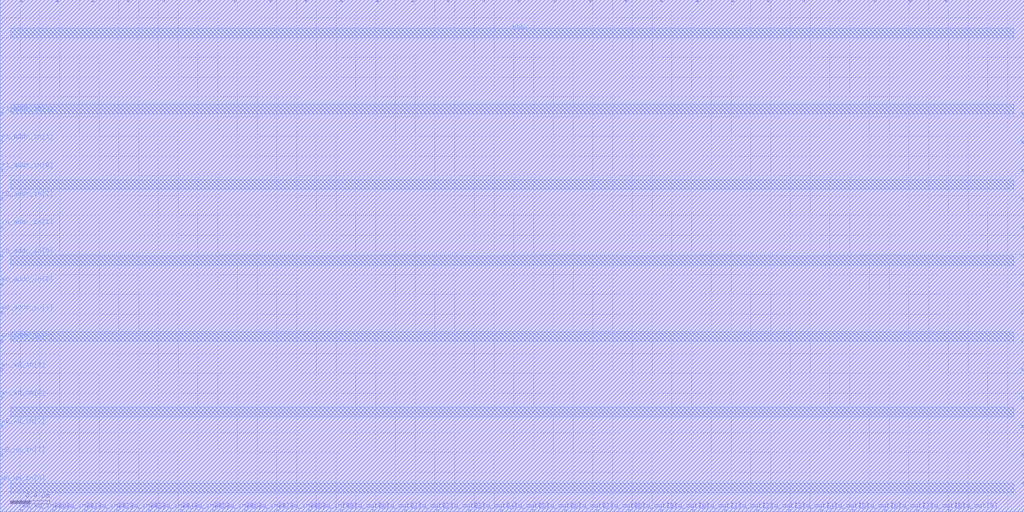
<source format=lef>
VERSION 5.7 ;
BUSBITCHARS "[]" ;
MACRO fakeram_20x64_2r1w
  FOREIGN fakeram_20x64_2r1w 0 0 ;
  SYMMETRY X Y R90 ;
  SIZE 10.368 BY 5.184 ;
  CLASS BLOCK ;
  PIN w0_wd_in[0]
    DIRECTION INPUT ;
    USE SIGNAL ;
    SHAPE ABUTMENT ;
    PORT
      LAYER M4 ;
      RECT 0.000 0.276 0.024 0.300 ;
    END
  END w0_wd_in[0]
  PIN w0_wd_in[1]
    DIRECTION INPUT ;
    USE SIGNAL ;
    SHAPE ABUTMENT ;
    PORT
      LAYER M4 ;
      RECT 0.000 0.564 0.024 0.588 ;
    END
  END w0_wd_in[1]
  PIN w0_wd_in[2]
    DIRECTION INPUT ;
    USE SIGNAL ;
    SHAPE ABUTMENT ;
    PORT
      LAYER M4 ;
      RECT 0.000 0.852 0.024 0.876 ;
    END
  END w0_wd_in[2]
  PIN w0_wd_in[3]
    DIRECTION INPUT ;
    USE SIGNAL ;
    SHAPE ABUTMENT ;
    PORT
      LAYER M4 ;
      RECT 0.000 1.140 0.024 1.164 ;
    END
  END w0_wd_in[3]
  PIN w0_wd_in[4]
    DIRECTION INPUT ;
    USE SIGNAL ;
    SHAPE ABUTMENT ;
    PORT
      LAYER M4 ;
      RECT 0.000 1.428 0.024 1.452 ;
    END
  END w0_wd_in[4]
  PIN w0_wd_in[5]
    DIRECTION INPUT ;
    USE SIGNAL ;
    SHAPE ABUTMENT ;
    PORT
      LAYER M4 ;
      RECT 10.344 0.276 10.368 0.300 ;
    END
  END w0_wd_in[5]
  PIN w0_wd_in[6]
    DIRECTION INPUT ;
    USE SIGNAL ;
    SHAPE ABUTMENT ;
    PORT
      LAYER M4 ;
      RECT 10.344 0.564 10.368 0.588 ;
    END
  END w0_wd_in[6]
  PIN w0_wd_in[7]
    DIRECTION INPUT ;
    USE SIGNAL ;
    SHAPE ABUTMENT ;
    PORT
      LAYER M4 ;
      RECT 10.344 0.852 10.368 0.876 ;
    END
  END w0_wd_in[7]
  PIN w0_wd_in[8]
    DIRECTION INPUT ;
    USE SIGNAL ;
    SHAPE ABUTMENT ;
    PORT
      LAYER M4 ;
      RECT 10.344 1.140 10.368 1.164 ;
    END
  END w0_wd_in[8]
  PIN w0_wd_in[9]
    DIRECTION INPUT ;
    USE SIGNAL ;
    SHAPE ABUTMENT ;
    PORT
      LAYER M4 ;
      RECT 10.344 1.428 10.368 1.452 ;
    END
  END w0_wd_in[9]
  PIN w0_wd_in[10]
    DIRECTION OUTPUT ;
    USE SIGNAL ;
    SHAPE ABUTMENT ;
    PORT
      LAYER M3 ;
      RECT 0.207 0.000 0.225 0.018 ;
    END
  END w0_wd_in[10]
  PIN w0_wd_in[11]
    DIRECTION OUTPUT ;
    USE SIGNAL ;
    SHAPE ABUTMENT ;
    PORT
      LAYER M3 ;
      RECT 0.531 0.000 0.549 0.018 ;
    END
  END w0_wd_in[11]
  PIN w0_wd_in[12]
    DIRECTION OUTPUT ;
    USE SIGNAL ;
    SHAPE ABUTMENT ;
    PORT
      LAYER M3 ;
      RECT 0.855 0.000 0.873 0.018 ;
    END
  END w0_wd_in[12]
  PIN w0_wd_in[13]
    DIRECTION OUTPUT ;
    USE SIGNAL ;
    SHAPE ABUTMENT ;
    PORT
      LAYER M3 ;
      RECT 1.179 0.000 1.197 0.018 ;
    END
  END w0_wd_in[13]
  PIN w0_wd_in[14]
    DIRECTION OUTPUT ;
    USE SIGNAL ;
    SHAPE ABUTMENT ;
    PORT
      LAYER M3 ;
      RECT 1.503 0.000 1.521 0.018 ;
    END
  END w0_wd_in[14]
  PIN w0_wd_in[15]
    DIRECTION OUTPUT ;
    USE SIGNAL ;
    SHAPE ABUTMENT ;
    PORT
      LAYER M3 ;
      RECT 1.827 0.000 1.845 0.018 ;
    END
  END w0_wd_in[15]
  PIN w0_wd_in[16]
    DIRECTION OUTPUT ;
    USE SIGNAL ;
    SHAPE ABUTMENT ;
    PORT
      LAYER M3 ;
      RECT 2.151 0.000 2.169 0.018 ;
    END
  END w0_wd_in[16]
  PIN w0_wd_in[17]
    DIRECTION OUTPUT ;
    USE SIGNAL ;
    SHAPE ABUTMENT ;
    PORT
      LAYER M3 ;
      RECT 2.475 0.000 2.493 0.018 ;
    END
  END w0_wd_in[17]
  PIN w0_wd_in[18]
    DIRECTION OUTPUT ;
    USE SIGNAL ;
    SHAPE ABUTMENT ;
    PORT
      LAYER M3 ;
      RECT 2.799 0.000 2.817 0.018 ;
    END
  END w0_wd_in[18]
  PIN w0_wd_in[19]
    DIRECTION OUTPUT ;
    USE SIGNAL ;
    SHAPE ABUTMENT ;
    PORT
      LAYER M3 ;
      RECT 3.123 0.000 3.141 0.018 ;
    END
  END w0_wd_in[19]
  PIN r0_rd_out[0]
    DIRECTION OUTPUT ;
    USE SIGNAL ;
    SHAPE ABUTMENT ;
    PORT
      LAYER M3 ;
      RECT 3.447 0.000 3.465 0.018 ;
    END
  END r0_rd_out[0]
  PIN r0_rd_out[1]
    DIRECTION OUTPUT ;
    USE SIGNAL ;
    SHAPE ABUTMENT ;
    PORT
      LAYER M3 ;
      RECT 3.771 0.000 3.789 0.018 ;
    END
  END r0_rd_out[1]
  PIN r0_rd_out[2]
    DIRECTION OUTPUT ;
    USE SIGNAL ;
    SHAPE ABUTMENT ;
    PORT
      LAYER M3 ;
      RECT 4.095 0.000 4.113 0.018 ;
    END
  END r0_rd_out[2]
  PIN r0_rd_out[3]
    DIRECTION OUTPUT ;
    USE SIGNAL ;
    SHAPE ABUTMENT ;
    PORT
      LAYER M3 ;
      RECT 4.419 0.000 4.437 0.018 ;
    END
  END r0_rd_out[3]
  PIN r0_rd_out[4]
    DIRECTION OUTPUT ;
    USE SIGNAL ;
    SHAPE ABUTMENT ;
    PORT
      LAYER M3 ;
      RECT 4.743 0.000 4.761 0.018 ;
    END
  END r0_rd_out[4]
  PIN r0_rd_out[5]
    DIRECTION OUTPUT ;
    USE SIGNAL ;
    SHAPE ABUTMENT ;
    PORT
      LAYER M3 ;
      RECT 5.067 0.000 5.085 0.018 ;
    END
  END r0_rd_out[5]
  PIN r0_rd_out[6]
    DIRECTION OUTPUT ;
    USE SIGNAL ;
    SHAPE ABUTMENT ;
    PORT
      LAYER M3 ;
      RECT 5.391 0.000 5.409 0.018 ;
    END
  END r0_rd_out[6]
  PIN r0_rd_out[7]
    DIRECTION OUTPUT ;
    USE SIGNAL ;
    SHAPE ABUTMENT ;
    PORT
      LAYER M3 ;
      RECT 5.715 0.000 5.733 0.018 ;
    END
  END r0_rd_out[7]
  PIN r0_rd_out[8]
    DIRECTION OUTPUT ;
    USE SIGNAL ;
    SHAPE ABUTMENT ;
    PORT
      LAYER M3 ;
      RECT 6.039 0.000 6.057 0.018 ;
    END
  END r0_rd_out[8]
  PIN r0_rd_out[9]
    DIRECTION OUTPUT ;
    USE SIGNAL ;
    SHAPE ABUTMENT ;
    PORT
      LAYER M3 ;
      RECT 6.363 0.000 6.381 0.018 ;
    END
  END r0_rd_out[9]
  PIN r0_rd_out[10]
    DIRECTION OUTPUT ;
    USE SIGNAL ;
    SHAPE ABUTMENT ;
    PORT
      LAYER M3 ;
      RECT 0.207 5.166 0.225 5.184 ;
    END
  END r0_rd_out[10]
  PIN r0_rd_out[11]
    DIRECTION OUTPUT ;
    USE SIGNAL ;
    SHAPE ABUTMENT ;
    PORT
      LAYER M3 ;
      RECT 0.567 5.166 0.585 5.184 ;
    END
  END r0_rd_out[11]
  PIN r0_rd_out[12]
    DIRECTION OUTPUT ;
    USE SIGNAL ;
    SHAPE ABUTMENT ;
    PORT
      LAYER M3 ;
      RECT 0.927 5.166 0.945 5.184 ;
    END
  END r0_rd_out[12]
  PIN r0_rd_out[13]
    DIRECTION OUTPUT ;
    USE SIGNAL ;
    SHAPE ABUTMENT ;
    PORT
      LAYER M3 ;
      RECT 1.287 5.166 1.305 5.184 ;
    END
  END r0_rd_out[13]
  PIN r0_rd_out[14]
    DIRECTION OUTPUT ;
    USE SIGNAL ;
    SHAPE ABUTMENT ;
    PORT
      LAYER M3 ;
      RECT 1.647 5.166 1.665 5.184 ;
    END
  END r0_rd_out[14]
  PIN r0_rd_out[15]
    DIRECTION OUTPUT ;
    USE SIGNAL ;
    SHAPE ABUTMENT ;
    PORT
      LAYER M3 ;
      RECT 2.007 5.166 2.025 5.184 ;
    END
  END r0_rd_out[15]
  PIN r0_rd_out[16]
    DIRECTION OUTPUT ;
    USE SIGNAL ;
    SHAPE ABUTMENT ;
    PORT
      LAYER M3 ;
      RECT 2.367 5.166 2.385 5.184 ;
    END
  END r0_rd_out[16]
  PIN r0_rd_out[17]
    DIRECTION OUTPUT ;
    USE SIGNAL ;
    SHAPE ABUTMENT ;
    PORT
      LAYER M3 ;
      RECT 2.727 5.166 2.745 5.184 ;
    END
  END r0_rd_out[17]
  PIN r0_rd_out[18]
    DIRECTION OUTPUT ;
    USE SIGNAL ;
    SHAPE ABUTMENT ;
    PORT
      LAYER M3 ;
      RECT 3.087 5.166 3.105 5.184 ;
    END
  END r0_rd_out[18]
  PIN r0_rd_out[19]
    DIRECTION OUTPUT ;
    USE SIGNAL ;
    SHAPE ABUTMENT ;
    PORT
      LAYER M3 ;
      RECT 3.447 5.166 3.465 5.184 ;
    END
  END r0_rd_out[19]
  PIN r1_rd_out[0]
    DIRECTION OUTPUT ;
    USE SIGNAL ;
    SHAPE ABUTMENT ;
    PORT
      LAYER M3 ;
      RECT 6.687 0.000 6.705 0.018 ;
    END
  END r1_rd_out[0]
  PIN r1_rd_out[1]
    DIRECTION OUTPUT ;
    USE SIGNAL ;
    SHAPE ABUTMENT ;
    PORT
      LAYER M3 ;
      RECT 7.011 0.000 7.029 0.018 ;
    END
  END r1_rd_out[1]
  PIN r1_rd_out[2]
    DIRECTION OUTPUT ;
    USE SIGNAL ;
    SHAPE ABUTMENT ;
    PORT
      LAYER M3 ;
      RECT 7.335 0.000 7.353 0.018 ;
    END
  END r1_rd_out[2]
  PIN r1_rd_out[3]
    DIRECTION OUTPUT ;
    USE SIGNAL ;
    SHAPE ABUTMENT ;
    PORT
      LAYER M3 ;
      RECT 7.659 0.000 7.677 0.018 ;
    END
  END r1_rd_out[3]
  PIN r1_rd_out[4]
    DIRECTION OUTPUT ;
    USE SIGNAL ;
    SHAPE ABUTMENT ;
    PORT
      LAYER M3 ;
      RECT 7.983 0.000 8.001 0.018 ;
    END
  END r1_rd_out[4]
  PIN r1_rd_out[5]
    DIRECTION OUTPUT ;
    USE SIGNAL ;
    SHAPE ABUTMENT ;
    PORT
      LAYER M3 ;
      RECT 8.307 0.000 8.325 0.018 ;
    END
  END r1_rd_out[5]
  PIN r1_rd_out[6]
    DIRECTION OUTPUT ;
    USE SIGNAL ;
    SHAPE ABUTMENT ;
    PORT
      LAYER M3 ;
      RECT 8.631 0.000 8.649 0.018 ;
    END
  END r1_rd_out[6]
  PIN r1_rd_out[7]
    DIRECTION OUTPUT ;
    USE SIGNAL ;
    SHAPE ABUTMENT ;
    PORT
      LAYER M3 ;
      RECT 8.955 0.000 8.973 0.018 ;
    END
  END r1_rd_out[7]
  PIN r1_rd_out[8]
    DIRECTION OUTPUT ;
    USE SIGNAL ;
    SHAPE ABUTMENT ;
    PORT
      LAYER M3 ;
      RECT 9.279 0.000 9.297 0.018 ;
    END
  END r1_rd_out[8]
  PIN r1_rd_out[9]
    DIRECTION OUTPUT ;
    USE SIGNAL ;
    SHAPE ABUTMENT ;
    PORT
      LAYER M3 ;
      RECT 9.603 0.000 9.621 0.018 ;
    END
  END r1_rd_out[9]
  PIN r1_rd_out[10]
    DIRECTION OUTPUT ;
    USE SIGNAL ;
    SHAPE ABUTMENT ;
    PORT
      LAYER M3 ;
      RECT 3.807 5.166 3.825 5.184 ;
    END
  END r1_rd_out[10]
  PIN r1_rd_out[11]
    DIRECTION OUTPUT ;
    USE SIGNAL ;
    SHAPE ABUTMENT ;
    PORT
      LAYER M3 ;
      RECT 4.167 5.166 4.185 5.184 ;
    END
  END r1_rd_out[11]
  PIN r1_rd_out[12]
    DIRECTION OUTPUT ;
    USE SIGNAL ;
    SHAPE ABUTMENT ;
    PORT
      LAYER M3 ;
      RECT 4.527 5.166 4.545 5.184 ;
    END
  END r1_rd_out[12]
  PIN r1_rd_out[13]
    DIRECTION OUTPUT ;
    USE SIGNAL ;
    SHAPE ABUTMENT ;
    PORT
      LAYER M3 ;
      RECT 4.887 5.166 4.905 5.184 ;
    END
  END r1_rd_out[13]
  PIN r1_rd_out[14]
    DIRECTION OUTPUT ;
    USE SIGNAL ;
    SHAPE ABUTMENT ;
    PORT
      LAYER M3 ;
      RECT 5.247 5.166 5.265 5.184 ;
    END
  END r1_rd_out[14]
  PIN r1_rd_out[15]
    DIRECTION OUTPUT ;
    USE SIGNAL ;
    SHAPE ABUTMENT ;
    PORT
      LAYER M3 ;
      RECT 5.607 5.166 5.625 5.184 ;
    END
  END r1_rd_out[15]
  PIN r1_rd_out[16]
    DIRECTION OUTPUT ;
    USE SIGNAL ;
    SHAPE ABUTMENT ;
    PORT
      LAYER M3 ;
      RECT 5.967 5.166 5.985 5.184 ;
    END
  END r1_rd_out[16]
  PIN r1_rd_out[17]
    DIRECTION OUTPUT ;
    USE SIGNAL ;
    SHAPE ABUTMENT ;
    PORT
      LAYER M3 ;
      RECT 6.327 5.166 6.345 5.184 ;
    END
  END r1_rd_out[17]
  PIN r1_rd_out[18]
    DIRECTION OUTPUT ;
    USE SIGNAL ;
    SHAPE ABUTMENT ;
    PORT
      LAYER M3 ;
      RECT 6.687 5.166 6.705 5.184 ;
    END
  END r1_rd_out[18]
  PIN r1_rd_out[19]
    DIRECTION OUTPUT ;
    USE SIGNAL ;
    SHAPE ABUTMENT ;
    PORT
      LAYER M3 ;
      RECT 7.047 5.166 7.065 5.184 ;
    END
  END r1_rd_out[19]
  PIN w0_addr_in[0]
    DIRECTION INPUT ;
    USE SIGNAL ;
    SHAPE ABUTMENT ;
    PORT
      LAYER M4 ;
      RECT 0.000 1.716 0.024 1.740 ;
    END
  END w0_addr_in[0]
  PIN w0_addr_in[1]
    DIRECTION INPUT ;
    USE SIGNAL ;
    SHAPE ABUTMENT ;
    PORT
      LAYER M4 ;
      RECT 0.000 2.004 0.024 2.028 ;
    END
  END w0_addr_in[1]
  PIN w0_addr_in[2]
    DIRECTION INPUT ;
    USE SIGNAL ;
    SHAPE ABUTMENT ;
    PORT
      LAYER M4 ;
      RECT 0.000 2.292 0.024 2.316 ;
    END
  END w0_addr_in[2]
  PIN w0_addr_in[3]
    DIRECTION INPUT ;
    USE SIGNAL ;
    SHAPE ABUTMENT ;
    PORT
      LAYER M4 ;
      RECT 10.344 1.716 10.368 1.740 ;
    END
  END w0_addr_in[3]
  PIN w0_addr_in[4]
    DIRECTION INPUT ;
    USE SIGNAL ;
    SHAPE ABUTMENT ;
    PORT
      LAYER M4 ;
      RECT 10.344 2.004 10.368 2.028 ;
    END
  END w0_addr_in[4]
  PIN w0_addr_in[5]
    DIRECTION INPUT ;
    USE SIGNAL ;
    SHAPE ABUTMENT ;
    PORT
      LAYER M4 ;
      RECT 10.344 2.292 10.368 2.316 ;
    END
  END w0_addr_in[5]
  PIN r0_addr_in[0]
    DIRECTION INPUT ;
    USE SIGNAL ;
    SHAPE ABUTMENT ;
    PORT
      LAYER M4 ;
      RECT 0.000 2.580 0.024 2.604 ;
    END
  END r0_addr_in[0]
  PIN r0_addr_in[1]
    DIRECTION INPUT ;
    USE SIGNAL ;
    SHAPE ABUTMENT ;
    PORT
      LAYER M4 ;
      RECT 0.000 2.868 0.024 2.892 ;
    END
  END r0_addr_in[1]
  PIN r0_addr_in[2]
    DIRECTION INPUT ;
    USE SIGNAL ;
    SHAPE ABUTMENT ;
    PORT
      LAYER M4 ;
      RECT 0.000 3.156 0.024 3.180 ;
    END
  END r0_addr_in[2]
  PIN r0_addr_in[3]
    DIRECTION INPUT ;
    USE SIGNAL ;
    SHAPE ABUTMENT ;
    PORT
      LAYER M4 ;
      RECT 10.344 2.580 10.368 2.604 ;
    END
  END r0_addr_in[3]
  PIN r0_addr_in[4]
    DIRECTION INPUT ;
    USE SIGNAL ;
    SHAPE ABUTMENT ;
    PORT
      LAYER M4 ;
      RECT 10.344 2.868 10.368 2.892 ;
    END
  END r0_addr_in[4]
  PIN r0_addr_in[5]
    DIRECTION INPUT ;
    USE SIGNAL ;
    SHAPE ABUTMENT ;
    PORT
      LAYER M4 ;
      RECT 10.344 3.156 10.368 3.180 ;
    END
  END r0_addr_in[5]
  PIN r1_addr_in[0]
    DIRECTION INPUT ;
    USE SIGNAL ;
    SHAPE ABUTMENT ;
    PORT
      LAYER M4 ;
      RECT 0.000 3.444 0.024 3.468 ;
    END
  END r1_addr_in[0]
  PIN r1_addr_in[1]
    DIRECTION INPUT ;
    USE SIGNAL ;
    SHAPE ABUTMENT ;
    PORT
      LAYER M4 ;
      RECT 0.000 3.732 0.024 3.756 ;
    END
  END r1_addr_in[1]
  PIN r1_addr_in[2]
    DIRECTION INPUT ;
    USE SIGNAL ;
    SHAPE ABUTMENT ;
    PORT
      LAYER M4 ;
      RECT 0.000 4.020 0.024 4.044 ;
    END
  END r1_addr_in[2]
  PIN r1_addr_in[3]
    DIRECTION INPUT ;
    USE SIGNAL ;
    SHAPE ABUTMENT ;
    PORT
      LAYER M4 ;
      RECT 10.344 3.444 10.368 3.468 ;
    END
  END r1_addr_in[3]
  PIN r1_addr_in[4]
    DIRECTION INPUT ;
    USE SIGNAL ;
    SHAPE ABUTMENT ;
    PORT
      LAYER M4 ;
      RECT 10.344 3.732 10.368 3.756 ;
    END
  END r1_addr_in[4]
  PIN r1_addr_in[5]
    DIRECTION INPUT ;
    USE SIGNAL ;
    SHAPE ABUTMENT ;
    PORT
      LAYER M4 ;
      RECT 10.344 4.020 10.368 4.044 ;
    END
  END r1_addr_in[5]
  PIN w0_we_in
    DIRECTION INPUT ;
    USE SIGNAL ;
    SHAPE ABUTMENT ;
    PORT
      LAYER M3 ;
      RECT 7.407 5.166 7.425 5.184 ;
    END
  END w0_we_in
  PIN w0_ce_in
    DIRECTION INPUT ;
    USE SIGNAL ;
    SHAPE ABUTMENT ;
    PORT
      LAYER M3 ;
      RECT 7.767 5.166 7.785 5.184 ;
    END
  END w0_ce_in
  PIN w0_clk
    DIRECTION INPUT ;
    USE SIGNAL ;
    SHAPE ABUTMENT ;
    PORT
      LAYER M3 ;
      RECT 8.127 5.166 8.145 5.184 ;
    END
  END w0_clk
  PIN r0_ce_in
    DIRECTION INPUT ;
    USE SIGNAL ;
    SHAPE ABUTMENT ;
    PORT
      LAYER M3 ;
      RECT 8.487 5.166 8.505 5.184 ;
    END
  END r0_ce_in
  PIN r0_clk
    DIRECTION INPUT ;
    USE SIGNAL ;
    SHAPE ABUTMENT ;
    PORT
      LAYER M3 ;
      RECT 8.847 5.166 8.865 5.184 ;
    END
  END r0_clk
  PIN r1_ce_in
    DIRECTION INPUT ;
    USE SIGNAL ;
    SHAPE ABUTMENT ;
    PORT
      LAYER M3 ;
      RECT 9.207 5.166 9.225 5.184 ;
    END
  END r1_ce_in
  PIN r1_clk
    DIRECTION INPUT ;
    USE SIGNAL ;
    SHAPE ABUTMENT ;
    PORT
      LAYER M3 ;
      RECT 9.567 5.166 9.585 5.184 ;
    END
  END r1_clk
  PIN VSS
    DIRECTION INOUT ;
    USE GROUND ;
    PORT
      LAYER M4 ;
      RECT 0.108 0.192 10.260 0.288 ;
      RECT 0.108 0.960 10.260 1.056 ;
      RECT 0.108 1.728 10.260 1.824 ;
      RECT 0.108 2.496 10.260 2.592 ;
      RECT 0.108 3.264 10.260 3.360 ;
      RECT 0.108 4.032 10.260 4.128 ;
      RECT 0.108 4.800 10.260 4.896 ;
    END
  END VSS
  PIN VDD
    DIRECTION INOUT ;
    USE POWER ;
    PORT
      LAYER M4 ;
      RECT 0.108 0.192 10.260 0.288 ;
      RECT 0.108 0.960 10.260 1.056 ;
      RECT 0.108 1.728 10.260 1.824 ;
      RECT 0.108 2.496 10.260 2.592 ;
      RECT 0.108 3.264 10.260 3.360 ;
      RECT 0.108 4.032 10.260 4.128 ;
      RECT 0.108 4.800 10.260 4.896 ;
    END
  END VDD
  OBS
    LAYER M1 ;
    RECT 0 0 10.368 5.184 ;
    LAYER M2 ;
    RECT 0 0 10.368 5.184 ;
    LAYER M3 ;
    RECT 0 0 10.368 5.184 ;
    LAYER M4 ;
    RECT 0 0 10.368 5.184 ;
  END
END fakeram_20x64_2r1w

END LIBRARY

</source>
